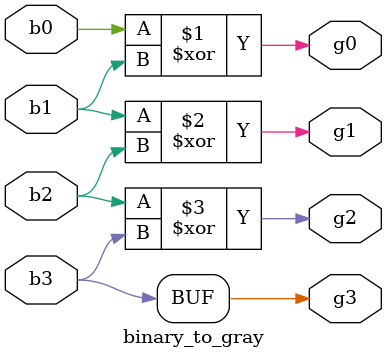
<source format=v>
module binary_to_gray(b0,b1,b2,b3,g0,g1,g2,g3);
input b0,b1,b2,b3;
output g0,g1,g2,g3;

xor x1(g0,b0,b1);
xor x2(g1,b1,b2);
xor x3(g2,b2,b3);
and a(g3,b3,b3);


endmodule
</source>
